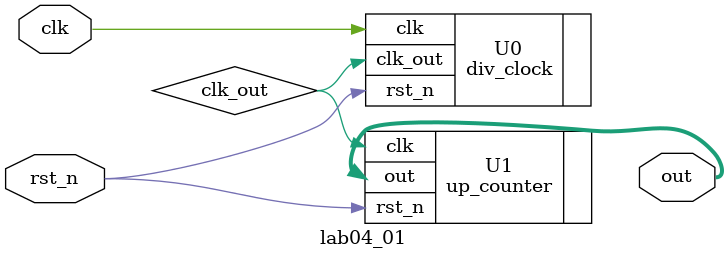
<source format=v>
`timescale 1ns / 1ps

`define CNT_BIT_WIDTH 4
module lab04_01(clk, rst_n, out);

input clk;
input rst_n;
output[`CNT_BIT_WIDTH - 1:0]out;

wire clk_out;

div_clock U0(.clk(clk), .rst_n(rst_n), .clk_out(clk_out));
up_counter U1(.clk(clk_out), .out(out), .rst_n(rst_n));


endmodule

</source>
